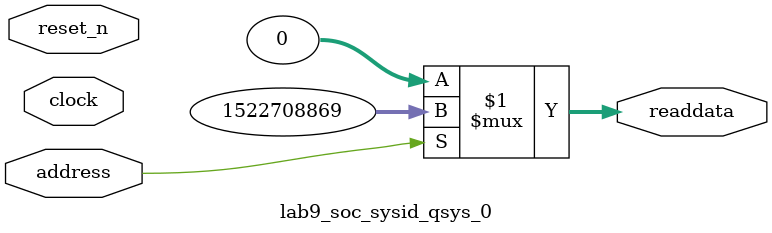
<source format=v>

`timescale 1ns / 1ps
// synthesis translate_on

// turn off superfluous verilog processor warnings 
// altera message_level Level1 
// altera message_off 10034 10035 10036 10037 10230 10240 10030 

module lab9_soc_sysid_qsys_0 (
               // inputs:
                address,
                clock,
                reset_n,

               // outputs:
                readdata
             )
;

  output  [ 31: 0] readdata;
  input            address;
  input            clock;
  input            reset_n;

  wire    [ 31: 0] readdata;
  //control_slave, which is an e_avalon_slave
  assign readdata = address ? 1522708869 : 0;

endmodule




</source>
